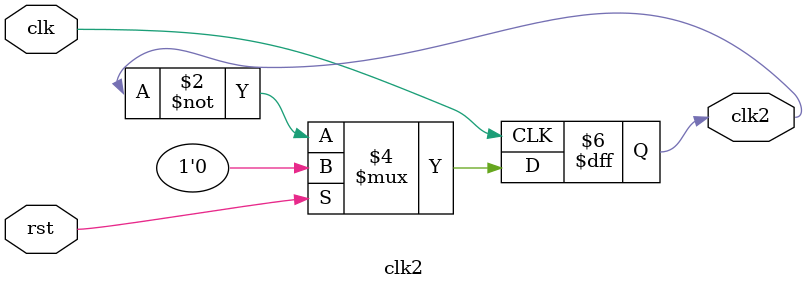
<source format=v>
module clk2(rst,clk,clk2);
input rst,clk;
output reg clk2;

always @ (posedge clk)
begin 
if(rst) clk2<=1'b0;
else 
clk2<=~clk2;
end
endmodule


</source>
